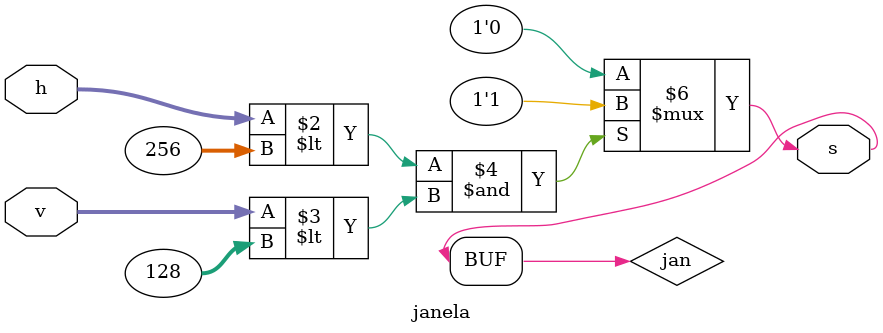
<source format=v>
module janela(input [9:0] h, v, output s);

	reg jan;

	always @(h, v)
		begin
			if(h < 256 & v < 128)
				jan = 1;
			else
				jan = 0;
		end
		
	assign s = jan;
endmodule
</source>
